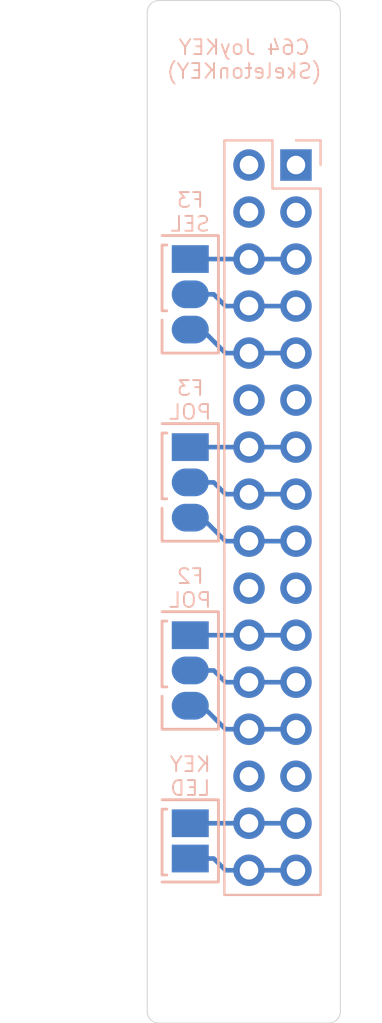
<source format=kicad_pcb>
(kicad_pcb (version 20171130) (host pcbnew "(5.1.8)-1")

  (general
    (thickness 1.6)
    (drawings 13)
    (tracks 36)
    (zones 0)
    (modules 5)
    (nets 12)
  )

  (page A4)
  (layers
    (0 F.Cu signal)
    (31 B.Cu signal)
    (32 B.Adhes user)
    (33 F.Adhes user)
    (34 B.Paste user)
    (35 F.Paste user)
    (36 B.SilkS user)
    (37 F.SilkS user)
    (38 B.Mask user)
    (39 F.Mask user)
    (40 Dwgs.User user)
    (41 Cmts.User user)
    (42 Eco1.User user)
    (43 Eco2.User user)
    (44 Edge.Cuts user)
    (45 Margin user)
    (46 B.CrtYd user)
    (47 F.CrtYd user)
    (48 B.Fab user)
    (49 F.Fab user)
  )

  (setup
    (last_trace_width 0.25)
    (user_trace_width 0.381)
    (trace_clearance 0.2)
    (zone_clearance 0.508)
    (zone_45_only no)
    (trace_min 0.2)
    (via_size 0.8)
    (via_drill 0.4)
    (via_min_size 0.4)
    (via_min_drill 0.3)
    (uvia_size 0.3)
    (uvia_drill 0.1)
    (uvias_allowed no)
    (uvia_min_size 0.2)
    (uvia_min_drill 0.1)
    (edge_width 0.05)
    (segment_width 0.2)
    (pcb_text_width 0.3)
    (pcb_text_size 1.5 1.5)
    (mod_edge_width 0.12)
    (mod_text_size 1 1)
    (mod_text_width 0.15)
    (pad_size 1.524 1.524)
    (pad_drill 0.762)
    (pad_to_mask_clearance 0)
    (aux_axis_origin 0 0)
    (visible_elements 7FFFFFFF)
    (pcbplotparams
      (layerselection 0x011fc_ffffffff)
      (usegerberextensions true)
      (usegerberattributes false)
      (usegerberadvancedattributes false)
      (creategerberjobfile false)
      (excludeedgelayer true)
      (linewidth 0.100000)
      (plotframeref false)
      (viasonmask false)
      (mode 1)
      (useauxorigin false)
      (hpglpennumber 1)
      (hpglpenspeed 20)
      (hpglpendiameter 15.000000)
      (psnegative false)
      (psa4output false)
      (plotreference true)
      (plotvalue true)
      (plotinvisibletext false)
      (padsonsilk false)
      (subtractmaskfromsilk false)
      (outputformat 1)
      (mirror false)
      (drillshape 0)
      (scaleselection 1)
      (outputdirectory "export/"))
  )

  (net 0 "")
  (net 1 "Net-(J3-Pad5)")
  (net 2 "Net-(J3-Pad7)")
  (net 3 "Net-(J3-Pad10)")
  (net 4 "Net-(J3-Pad13)")
  (net 5 "Net-(J3-Pad15)")
  (net 6 "Net-(J3-Pad17)")
  (net 7 "Net-(J3-Pad21)")
  (net 8 "Net-(J3-Pad23)")
  (net 9 "Net-(J3-Pad25)")
  (net 10 "Net-(J3-Pad29)")
  (net 11 "Net-(J3-Pad31)")

  (net_class Default "This is the default net class."
    (clearance 0.2)
    (trace_width 0.25)
    (via_dia 0.8)
    (via_drill 0.4)
    (uvia_dia 0.3)
    (uvia_drill 0.1)
    (add_net "Net-(J3-Pad10)")
    (add_net "Net-(J3-Pad13)")
    (add_net "Net-(J3-Pad15)")
    (add_net "Net-(J3-Pad17)")
    (add_net "Net-(J3-Pad21)")
    (add_net "Net-(J3-Pad23)")
    (add_net "Net-(J3-Pad25)")
    (add_net "Net-(J3-Pad29)")
    (add_net "Net-(J3-Pad31)")
    (add_net "Net-(J3-Pad5)")
    (add_net "Net-(J3-Pad7)")
  )

  (net_class PWR ""
    (clearance 0.2)
    (trace_width 0.381)
    (via_dia 0.8)
    (via_drill 0.4)
    (uvia_dia 0.3)
    (uvia_drill 0.1)
  )

  (module Connector_PinHeader_2.54mm:PinHeader_2x16_P2.54mm_Vertical (layer B.Cu) (tedit 59FED5CC) (tstamp 6056F5CA)
    (at 259.08 91.44 180)
    (descr "Through hole straight pin header, 2x16, 2.54mm pitch, double rows")
    (tags "Through hole pin header THT 2x16 2.54mm double row")
    (path /60586296)
    (fp_text reference J3 (at 1.27 2.33) (layer B.SilkS) hide
      (effects (font (size 1 1) (thickness 0.15)) (justify mirror))
    )
    (fp_text value SkeletonKEY (at -3.81 -2.54 90) (layer B.Fab)
      (effects (font (size 1 1) (thickness 0.15)) (justify mirror))
    )
    (fp_line (start 4.35 1.8) (end -1.8 1.8) (layer B.CrtYd) (width 0.05))
    (fp_line (start 4.35 -39.9) (end 4.35 1.8) (layer B.CrtYd) (width 0.05))
    (fp_line (start -1.8 -39.9) (end 4.35 -39.9) (layer B.CrtYd) (width 0.05))
    (fp_line (start -1.8 1.8) (end -1.8 -39.9) (layer B.CrtYd) (width 0.05))
    (fp_line (start -1.33 1.33) (end 0 1.33) (layer B.SilkS) (width 0.12))
    (fp_line (start -1.33 0) (end -1.33 1.33) (layer B.SilkS) (width 0.12))
    (fp_line (start 1.27 1.33) (end 3.87 1.33) (layer B.SilkS) (width 0.12))
    (fp_line (start 1.27 -1.27) (end 1.27 1.33) (layer B.SilkS) (width 0.12))
    (fp_line (start -1.33 -1.27) (end 1.27 -1.27) (layer B.SilkS) (width 0.12))
    (fp_line (start 3.87 1.33) (end 3.87 -39.43) (layer B.SilkS) (width 0.12))
    (fp_line (start -1.33 -1.27) (end -1.33 -39.43) (layer B.SilkS) (width 0.12))
    (fp_line (start -1.33 -39.43) (end 3.87 -39.43) (layer B.SilkS) (width 0.12))
    (fp_line (start -1.27 0) (end 0 1.27) (layer B.Fab) (width 0.1))
    (fp_line (start -1.27 -39.37) (end -1.27 0) (layer B.Fab) (width 0.1))
    (fp_line (start 3.81 -39.37) (end -1.27 -39.37) (layer B.Fab) (width 0.1))
    (fp_line (start 3.81 1.27) (end 3.81 -39.37) (layer B.Fab) (width 0.1))
    (fp_line (start 0 1.27) (end 3.81 1.27) (layer B.Fab) (width 0.1))
    (fp_text user %R (at 1.27 -19.05 270) (layer B.Fab)
      (effects (font (size 1 1) (thickness 0.15)) (justify mirror))
    )
    (pad 32 thru_hole oval (at 2.54 -38.1 180) (size 1.7 1.7) (drill 1) (layers *.Cu *.Mask)
      (net 11 "Net-(J3-Pad31)"))
    (pad 31 thru_hole oval (at 0 -38.1 180) (size 1.7 1.7) (drill 1) (layers *.Cu *.Mask)
      (net 11 "Net-(J3-Pad31)"))
    (pad 30 thru_hole oval (at 2.54 -35.56 180) (size 1.7 1.7) (drill 1) (layers *.Cu *.Mask)
      (net 10 "Net-(J3-Pad29)"))
    (pad 29 thru_hole oval (at 0 -35.56 180) (size 1.7 1.7) (drill 1) (layers *.Cu *.Mask)
      (net 10 "Net-(J3-Pad29)"))
    (pad 28 thru_hole oval (at 2.54 -33.02 180) (size 1.7 1.7) (drill 1) (layers *.Cu *.Mask))
    (pad 27 thru_hole oval (at 0 -33.02 180) (size 1.7 1.7) (drill 1) (layers *.Cu *.Mask))
    (pad 26 thru_hole oval (at 2.54 -30.48 180) (size 1.7 1.7) (drill 1) (layers *.Cu *.Mask)
      (net 9 "Net-(J3-Pad25)"))
    (pad 25 thru_hole oval (at 0 -30.48 180) (size 1.7 1.7) (drill 1) (layers *.Cu *.Mask)
      (net 9 "Net-(J3-Pad25)"))
    (pad 24 thru_hole oval (at 2.54 -27.94 180) (size 1.7 1.7) (drill 1) (layers *.Cu *.Mask)
      (net 8 "Net-(J3-Pad23)"))
    (pad 23 thru_hole oval (at 0 -27.94 180) (size 1.7 1.7) (drill 1) (layers *.Cu *.Mask)
      (net 8 "Net-(J3-Pad23)"))
    (pad 22 thru_hole oval (at 2.54 -25.4 180) (size 1.7 1.7) (drill 1) (layers *.Cu *.Mask)
      (net 7 "Net-(J3-Pad21)"))
    (pad 21 thru_hole oval (at 0 -25.4 180) (size 1.7 1.7) (drill 1) (layers *.Cu *.Mask)
      (net 7 "Net-(J3-Pad21)"))
    (pad 20 thru_hole oval (at 2.54 -22.86 180) (size 1.7 1.7) (drill 1) (layers *.Cu *.Mask))
    (pad 19 thru_hole oval (at 0 -22.86 180) (size 1.7 1.7) (drill 1) (layers *.Cu *.Mask))
    (pad 18 thru_hole oval (at 2.54 -20.32 180) (size 1.7 1.7) (drill 1) (layers *.Cu *.Mask)
      (net 6 "Net-(J3-Pad17)"))
    (pad 17 thru_hole oval (at 0 -20.32 180) (size 1.7 1.7) (drill 1) (layers *.Cu *.Mask)
      (net 6 "Net-(J3-Pad17)"))
    (pad 16 thru_hole oval (at 2.54 -17.78 180) (size 1.7 1.7) (drill 1) (layers *.Cu *.Mask)
      (net 5 "Net-(J3-Pad15)"))
    (pad 15 thru_hole oval (at 0 -17.78 180) (size 1.7 1.7) (drill 1) (layers *.Cu *.Mask)
      (net 5 "Net-(J3-Pad15)"))
    (pad 14 thru_hole oval (at 2.54 -15.24 180) (size 1.7 1.7) (drill 1) (layers *.Cu *.Mask)
      (net 4 "Net-(J3-Pad13)"))
    (pad 13 thru_hole oval (at 0 -15.24 180) (size 1.7 1.7) (drill 1) (layers *.Cu *.Mask)
      (net 4 "Net-(J3-Pad13)"))
    (pad 12 thru_hole oval (at 2.54 -12.7 180) (size 1.7 1.7) (drill 1) (layers *.Cu *.Mask))
    (pad 11 thru_hole oval (at 0 -12.7 180) (size 1.7 1.7) (drill 1) (layers *.Cu *.Mask))
    (pad 10 thru_hole oval (at 2.54 -10.16 180) (size 1.7 1.7) (drill 1) (layers *.Cu *.Mask)
      (net 3 "Net-(J3-Pad10)"))
    (pad 9 thru_hole oval (at 0 -10.16 180) (size 1.7 1.7) (drill 1) (layers *.Cu *.Mask)
      (net 3 "Net-(J3-Pad10)"))
    (pad 8 thru_hole oval (at 2.54 -7.62 180) (size 1.7 1.7) (drill 1) (layers *.Cu *.Mask)
      (net 2 "Net-(J3-Pad7)"))
    (pad 7 thru_hole oval (at 0 -7.62 180) (size 1.7 1.7) (drill 1) (layers *.Cu *.Mask)
      (net 2 "Net-(J3-Pad7)"))
    (pad 6 thru_hole oval (at 2.54 -5.08 180) (size 1.7 1.7) (drill 1) (layers *.Cu *.Mask)
      (net 1 "Net-(J3-Pad5)"))
    (pad 5 thru_hole oval (at 0 -5.08 180) (size 1.7 1.7) (drill 1) (layers *.Cu *.Mask)
      (net 1 "Net-(J3-Pad5)"))
    (pad 4 thru_hole oval (at 2.54 -2.54 180) (size 1.7 1.7) (drill 1) (layers *.Cu *.Mask))
    (pad 3 thru_hole oval (at 0 -2.54 180) (size 1.7 1.7) (drill 1) (layers *.Cu *.Mask))
    (pad 2 thru_hole oval (at 2.54 0 180) (size 1.7 1.7) (drill 1) (layers *.Cu *.Mask))
    (pad 1 thru_hole rect (at 0 0 180) (size 1.7 1.7) (drill 1) (layers *.Cu *.Mask))
    (model ${KISYS3DMOD}/Connector_PinHeader_2.54mm.3dshapes/PinHeader_2x16_P2.54mm_Vertical.wrl
      (at (xyz 0 0 0))
      (scale (xyz 1 1 1))
      (rotate (xyz 0 0 0))
    )
  )

  (module solder_bridge:select_r (layer B.Cu) (tedit 6056963C) (tstamp 6056FF31)
    (at 253.365 116.84 180)
    (descr "Through hole straight pin header, 1x02, 1.00mm pitch, single row")
    (tags "Through hole pin header THT 1x02 1.00mm single row")
    (path /5FB8F17B)
    (fp_text reference JP1 (at 0 2.54) (layer B.SilkS) hide
      (effects (font (size 1 1) (thickness 0.15)) (justify mirror))
    )
    (fp_text value F2_POL (at 5.08 0) (layer B.Fab)
      (effects (font (size 1 1) (thickness 0.15)) (justify mirror))
    )
    (fp_line (start 1.27 0.762) (end 1.524 0.762) (layer B.SilkS) (width 0.15))
    (fp_line (start 1.524 -2.794) (end 1.524 0.762) (layer B.SilkS) (width 0.15))
    (fp_line (start 1.27 -2.794) (end 1.524 -2.794) (layer B.SilkS) (width 0.15))
    (fp_line (start -1.524 -5.08) (end 1.524 -5.08) (layer B.SilkS) (width 0.15))
    (fp_line (start 1.524 -3.302) (end 1.524 -5.08) (layer B.SilkS) (width 0.15))
    (fp_line (start 1.524 1.27) (end -1.524 1.27) (layer B.SilkS) (width 0.15))
    (fp_line (start -1.524 -5.08) (end -1.524 1.27) (layer B.SilkS) (width 0.15))
    (fp_text user %R (at 3.81 1.905 180) (layer B.Fab)
      (effects (font (size 0.76 0.76) (thickness 0.114)) (justify mirror))
    )
    (pad 1 smd rect (at 0 0 180) (size 2 1.5) (layers B.Cu B.Paste B.Mask)
      (net 7 "Net-(J3-Pad21)"))
    (pad 2 smd oval (at 0 -1.905 180) (size 2 1.5) (layers B.Cu B.Paste B.Mask)
      (net 8 "Net-(J3-Pad23)"))
    (pad 3 smd oval (at 0 -3.81 180) (size 2 1.5) (layers B.Cu B.Paste B.Mask)
      (net 9 "Net-(J3-Pad25)"))
    (model ${KISYS3DMOD}/Pin_Headers.3dshapes/Pin_Header_Straight_1x02_Pitch1.00mm.wrl
      (at (xyz 0 0 0))
      (scale (xyz 1 1 1))
      (rotate (xyz 0 0 0))
    )
  )

  (module solder_bridge:select_r (layer B.Cu) (tedit 6056963C) (tstamp 6056FF3F)
    (at 253.365 106.68 180)
    (descr "Through hole straight pin header, 1x02, 1.00mm pitch, single row")
    (tags "Through hole pin header THT 1x02 1.00mm single row")
    (path /5FBD1161)
    (fp_text reference JP2 (at 0 2.54) (layer B.SilkS) hide
      (effects (font (size 1 1) (thickness 0.15)) (justify mirror))
    )
    (fp_text value F3_POL (at 5.08 0) (layer B.Fab)
      (effects (font (size 1 1) (thickness 0.15)) (justify mirror))
    )
    (fp_line (start 1.27 0.762) (end 1.524 0.762) (layer B.SilkS) (width 0.15))
    (fp_line (start 1.524 -2.794) (end 1.524 0.762) (layer B.SilkS) (width 0.15))
    (fp_line (start 1.27 -2.794) (end 1.524 -2.794) (layer B.SilkS) (width 0.15))
    (fp_line (start -1.524 -5.08) (end 1.524 -5.08) (layer B.SilkS) (width 0.15))
    (fp_line (start 1.524 -3.302) (end 1.524 -5.08) (layer B.SilkS) (width 0.15))
    (fp_line (start 1.524 1.27) (end -1.524 1.27) (layer B.SilkS) (width 0.15))
    (fp_line (start -1.524 -5.08) (end -1.524 1.27) (layer B.SilkS) (width 0.15))
    (fp_text user %R (at 3.81 1.905 180) (layer B.Fab)
      (effects (font (size 0.76 0.76) (thickness 0.114)) (justify mirror))
    )
    (pad 1 smd rect (at 0 0 180) (size 2 1.5) (layers B.Cu B.Paste B.Mask)
      (net 4 "Net-(J3-Pad13)"))
    (pad 2 smd oval (at 0 -1.905 180) (size 2 1.5) (layers B.Cu B.Paste B.Mask)
      (net 5 "Net-(J3-Pad15)"))
    (pad 3 smd oval (at 0 -3.81 180) (size 2 1.5) (layers B.Cu B.Paste B.Mask)
      (net 6 "Net-(J3-Pad17)"))
    (model ${KISYS3DMOD}/Pin_Headers.3dshapes/Pin_Header_Straight_1x02_Pitch1.00mm.wrl
      (at (xyz 0 0 0))
      (scale (xyz 1 1 1))
      (rotate (xyz 0 0 0))
    )
  )

  (module solder_bridge:select_r (layer B.Cu) (tedit 6056963C) (tstamp 6056FF4D)
    (at 253.365 96.52 180)
    (descr "Through hole straight pin header, 1x02, 1.00mm pitch, single row")
    (tags "Through hole pin header THT 1x02 1.00mm single row")
    (path /5FBAA15C)
    (fp_text reference JP3 (at 0 2.54) (layer B.SilkS) hide
      (effects (font (size 1 1) (thickness 0.15)) (justify mirror))
    )
    (fp_text value FIRE3_SEL (at 6.35 0) (layer B.Fab)
      (effects (font (size 1 1) (thickness 0.15)) (justify mirror))
    )
    (fp_text user %R (at 3.81 1.905 180) (layer B.Fab)
      (effects (font (size 0.76 0.76) (thickness 0.114)) (justify mirror))
    )
    (fp_line (start -1.524 -5.08) (end -1.524 1.27) (layer B.SilkS) (width 0.15))
    (fp_line (start 1.524 1.27) (end -1.524 1.27) (layer B.SilkS) (width 0.15))
    (fp_line (start 1.524 -3.302) (end 1.524 -5.08) (layer B.SilkS) (width 0.15))
    (fp_line (start -1.524 -5.08) (end 1.524 -5.08) (layer B.SilkS) (width 0.15))
    (fp_line (start 1.27 -2.794) (end 1.524 -2.794) (layer B.SilkS) (width 0.15))
    (fp_line (start 1.524 -2.794) (end 1.524 0.762) (layer B.SilkS) (width 0.15))
    (fp_line (start 1.27 0.762) (end 1.524 0.762) (layer B.SilkS) (width 0.15))
    (pad 3 smd oval (at 0 -3.81 180) (size 2 1.5) (layers B.Cu B.Paste B.Mask)
      (net 3 "Net-(J3-Pad10)"))
    (pad 2 smd oval (at 0 -1.905 180) (size 2 1.5) (layers B.Cu B.Paste B.Mask)
      (net 2 "Net-(J3-Pad7)"))
    (pad 1 smd rect (at 0 0 180) (size 2 1.5) (layers B.Cu B.Paste B.Mask)
      (net 1 "Net-(J3-Pad5)"))
    (model ${KISYS3DMOD}/Pin_Headers.3dshapes/Pin_Header_Straight_1x02_Pitch1.00mm.wrl
      (at (xyz 0 0 0))
      (scale (xyz 1 1 1))
      (rotate (xyz 0 0 0))
    )
  )

  (module solder_bridge:bridge_r (layer B.Cu) (tedit 60569689) (tstamp 6056FF5B)
    (at 253.365 127 180)
    (descr "Through hole straight pin header, 1x02, 1.00mm pitch, single row")
    (tags "Through hole pin header THT 1x02 1.00mm single row")
    (path /603A8E18)
    (fp_text reference JP7 (at 0 2.54) (layer B.SilkS) hide
      (effects (font (size 1 1) (thickness 0.15)) (justify mirror))
    )
    (fp_text value KEY_LED (at 5.715 0) (layer B.Fab)
      (effects (font (size 1 1) (thickness 0.15)) (justify mirror))
    )
    (fp_line (start 1.27 0.762) (end 1.524 0.762) (layer B.SilkS) (width 0.15))
    (fp_line (start 1.524 -2.794) (end 1.524 0.762) (layer B.SilkS) (width 0.15))
    (fp_line (start 1.27 -2.794) (end 1.524 -2.794) (layer B.SilkS) (width 0.15))
    (fp_line (start 1.524 1.27) (end -1.524 1.27) (layer B.SilkS) (width 0.15))
    (fp_line (start -1.524 -3.175) (end 1.524 -3.175) (layer B.SilkS) (width 0.15))
    (fp_line (start -1.524 -3.175) (end -1.524 1.27) (layer B.SilkS) (width 0.15))
    (fp_text user %R (at 3.81 1.905 180) (layer B.Fab)
      (effects (font (size 0.76 0.76) (thickness 0.114)) (justify mirror))
    )
    (pad 1 smd rect (at 0 0 180) (size 2 1.5) (layers B.Cu B.Paste B.Mask)
      (net 10 "Net-(J3-Pad29)"))
    (pad 2 smd rect (at 0 -1.905 180) (size 2 1.5) (layers B.Cu B.Paste B.Mask)
      (net 11 "Net-(J3-Pad31)"))
    (model ${KISYS3DMOD}/Pin_Headers.3dshapes/Pin_Header_Straight_1x02_Pitch1.00mm.wrl
      (at (xyz 0 0 0))
      (scale (xyz 1 1 1))
      (rotate (xyz 0 0 0))
    )
  )

  (gr_text "C64 JoyKEY\n(SkeletonKEY)" (at 256.286 85.725) (layer B.SilkS) (tstamp 60570C01)
    (effects (font (size 0.8 0.8) (thickness 0.1)) (justify mirror))
  )
  (gr_text "KEY\nLED" (at 253.365 124.46) (layer B.SilkS) (tstamp 60570681)
    (effects (font (size 0.8 0.8) (thickness 0.1)) (justify mirror))
  )
  (gr_text "F2\nPOL" (at 253.365 114.3) (layer B.SilkS) (tstamp 60570681)
    (effects (font (size 0.8 0.8) (thickness 0.1)) (justify mirror))
  )
  (gr_text "F3\nPOL" (at 253.365 104.14) (layer B.SilkS) (tstamp 60570681)
    (effects (font (size 0.8 0.8) (thickness 0.1)) (justify mirror))
  )
  (gr_text "F3\nSEL" (at 253.365 93.98) (layer B.SilkS) (tstamp 6057063B)
    (effects (font (size 0.8 0.8) (thickness 0.1)) (justify mirror))
  )
  (gr_arc (start 260.845 137.16) (end 260.845 137.795) (angle -90) (layer Edge.Cuts) (width 0.05) (tstamp 6056EF7C))
  (gr_arc (start 251.675 137.16) (end 251.04 137.16) (angle -90) (layer Edge.Cuts) (width 0.05) (tstamp 6056EF7C))
  (gr_line (start 251.675 137.795) (end 260.845 137.795) (layer Edge.Cuts) (width 0.05) (tstamp 6056EF86))
  (gr_arc (start 251.675 83.185) (end 251.675 82.55) (angle -90) (layer Edge.Cuts) (width 0.05) (tstamp 6056EF7C))
  (gr_arc (start 260.845 83.185) (end 261.48 83.185) (angle -90) (layer Edge.Cuts) (width 0.05))
  (gr_line (start 251.04 83.185) (end 251.04 137.16) (layer Edge.Cuts) (width 0.05))
  (gr_line (start 261.48 137.16) (end 261.48 83.185) (layer Edge.Cuts) (width 0.05))
  (gr_line (start 251.675 82.55) (end 260.845 82.55) (layer Edge.Cuts) (width 0.05))

  (segment (start 255.27 129.54) (end 254.635 128.905) (width 0.25) (layer B.Cu) (net 11) (tstamp 605702AB))
  (segment (start 256.54 129.54) (end 259.08 129.54) (width 0.25) (layer B.Cu) (net 11) (tstamp 605702AC))
  (segment (start 253.365 128.905) (end 254.635 128.905) (width 0.25) (layer B.Cu) (net 11) (tstamp 605702AD))
  (segment (start 256.54 129.54) (end 255.27 129.54) (width 0.25) (layer B.Cu) (net 11) (tstamp 605702AE))
  (segment (start 256.54 116.84) (end 259.08 116.84) (width 0.25) (layer B.Cu) (net 7) (tstamp 605701AE))
  (segment (start 253.365 116.84) (end 256.54 116.84) (width 0.25) (layer B.Cu) (net 7) (tstamp 605701B2))
  (segment (start 256.54 119.38) (end 255.27 119.38) (width 0.25) (layer B.Cu) (net 8) (tstamp 605701AC))
  (segment (start 255.27 119.38) (end 254.635 118.745) (width 0.25) (layer B.Cu) (net 8) (tstamp 605701B0))
  (segment (start 253.365 118.745) (end 254.635 118.745) (width 0.25) (layer B.Cu) (net 8) (tstamp 605701B1))
  (segment (start 256.54 119.38) (end 259.08 119.38) (width 0.25) (layer B.Cu) (net 8) (tstamp 605701B3))
  (segment (start 259.08 121.92) (end 256.54 121.92) (width 0.25) (layer B.Cu) (net 9) (tstamp 605701AD))
  (segment (start 253.365 120.65) (end 254 120.65) (width 0.25) (layer B.Cu) (net 9) (tstamp 605701AF))
  (segment (start 254 120.65) (end 255.27 121.92) (width 0.25) (layer B.Cu) (net 9) (tstamp 605701B4))
  (segment (start 255.27 121.92) (end 256.54 121.92) (width 0.25) (layer B.Cu) (net 9) (tstamp 605701B5))
  (segment (start 256.54 106.68) (end 259.08 106.68) (width 0.25) (layer B.Cu) (net 4) (tstamp 605701AE))
  (segment (start 253.365 106.68) (end 256.54 106.68) (width 0.25) (layer B.Cu) (net 4) (tstamp 605701B2))
  (segment (start 256.54 109.22) (end 255.27 109.22) (width 0.25) (layer B.Cu) (net 5) (tstamp 605701AC))
  (segment (start 255.27 109.22) (end 254.635 108.585) (width 0.25) (layer B.Cu) (net 5) (tstamp 605701B0))
  (segment (start 253.365 108.585) (end 254.635 108.585) (width 0.25) (layer B.Cu) (net 5) (tstamp 605701B1))
  (segment (start 256.54 109.22) (end 259.08 109.22) (width 0.25) (layer B.Cu) (net 5) (tstamp 605701B3))
  (segment (start 259.08 111.76) (end 256.54 111.76) (width 0.25) (layer B.Cu) (net 6) (tstamp 605701AD))
  (segment (start 253.365 110.49) (end 254 110.49) (width 0.25) (layer B.Cu) (net 6) (tstamp 605701AF))
  (segment (start 254 110.49) (end 255.27 111.76) (width 0.25) (layer B.Cu) (net 6) (tstamp 605701B4))
  (segment (start 255.27 111.76) (end 256.54 111.76) (width 0.25) (layer B.Cu) (net 6) (tstamp 605701B5))
  (segment (start 253.365 96.52) (end 256.54 96.52) (width 0.25) (layer B.Cu) (net 1))
  (segment (start 256.54 96.52) (end 259.08 96.52) (width 0.25) (layer B.Cu) (net 1))
  (segment (start 256.54 99.06) (end 259.08 99.06) (width 0.25) (layer B.Cu) (net 2))
  (segment (start 255.27 99.06) (end 254.635 98.425) (width 0.25) (layer B.Cu) (net 2))
  (segment (start 256.54 99.06) (end 255.27 99.06) (width 0.25) (layer B.Cu) (net 2))
  (segment (start 253.365 98.425) (end 254.635 98.425) (width 0.25) (layer B.Cu) (net 2))
  (segment (start 253.365 100.33) (end 254 100.33) (width 0.25) (layer B.Cu) (net 3))
  (segment (start 255.27 101.6) (end 256.54 101.6) (width 0.25) (layer B.Cu) (net 3))
  (segment (start 254 100.33) (end 255.27 101.6) (width 0.25) (layer B.Cu) (net 3))
  (segment (start 259.08 101.6) (end 256.54 101.6) (width 0.25) (layer B.Cu) (net 3))
  (segment (start 253.365 127) (end 256.54 127) (width 0.25) (layer B.Cu) (net 10))
  (segment (start 256.54 127) (end 259.08 127) (width 0.25) (layer B.Cu) (net 10))

)

</source>
